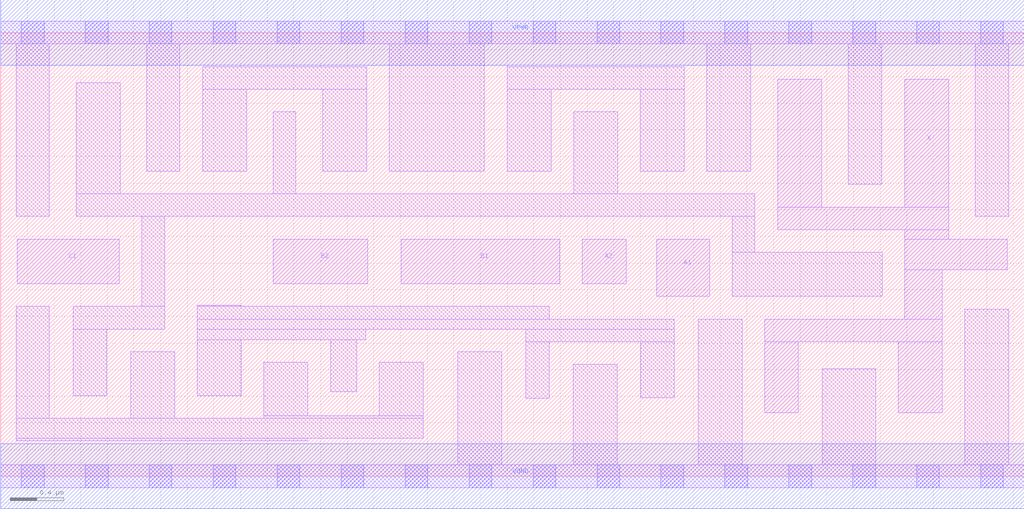
<source format=lef>
# Copyright 2020 The SkyWater PDK Authors
#
# Licensed under the Apache License, Version 2.0 (the "License");
# you may not use this file except in compliance with the License.
# You may obtain a copy of the License at
#
#     https://www.apache.org/licenses/LICENSE-2.0
#
# Unless required by applicable law or agreed to in writing, software
# distributed under the License is distributed on an "AS IS" BASIS,
# WITHOUT WARRANTIES OR CONDITIONS OF ANY KIND, either express or implied.
# See the License for the specific language governing permissions and
# limitations under the License.
#
# SPDX-License-Identifier: Apache-2.0

VERSION 5.7 ;
  NAMESCASESENSITIVE ON ;
  NOWIREEXTENSIONATPIN ON ;
  DIVIDERCHAR "/" ;
  BUSBITCHARS "[]" ;
UNITS
  DATABASE MICRONS 200 ;
END UNITS
MACRO sky130_fd_sc_hs__o221a_4
  CLASS CORE ;
  SOURCE USER ;
  FOREIGN sky130_fd_sc_hs__o221a_4 ;
  ORIGIN  0.000000  0.000000 ;
  SIZE  7.680000 BY  3.330000 ;
  SYMMETRY X Y ;
  SITE unit ;
  PIN A1
    ANTENNAGATEAREA  0.492000 ;
    DIRECTION INPUT ;
    USE SIGNAL ;
    PORT
      LAYER li1 ;
        RECT 4.925000 1.350000 5.320000 1.780000 ;
    END
  END A1
  PIN A2
    ANTENNAGATEAREA  0.492000 ;
    DIRECTION INPUT ;
    USE SIGNAL ;
    PORT
      LAYER li1 ;
        RECT 4.365000 1.445000 4.695000 1.780000 ;
    END
  END A2
  PIN B1
    ANTENNAGATEAREA  0.492000 ;
    DIRECTION INPUT ;
    USE SIGNAL ;
    PORT
      LAYER li1 ;
        RECT 3.005000 1.445000 4.195000 1.780000 ;
    END
  END B1
  PIN B2
    ANTENNAGATEAREA  0.492000 ;
    DIRECTION INPUT ;
    USE SIGNAL ;
    PORT
      LAYER li1 ;
        RECT 2.045000 1.445000 2.755000 1.780000 ;
    END
  END B2
  PIN C1
    ANTENNAGATEAREA  0.492000 ;
    DIRECTION INPUT ;
    USE SIGNAL ;
    PORT
      LAYER li1 ;
        RECT 0.125000 1.445000 0.890000 1.780000 ;
    END
  END C1
  PIN X
    ANTENNADIFFAREA  1.235700 ;
    DIRECTION OUTPUT ;
    USE SIGNAL ;
    PORT
      LAYER li1 ;
        RECT 5.735000 0.475000 5.985000 1.010000 ;
        RECT 5.735000 1.010000 7.065000 1.180000 ;
        RECT 5.830000 1.850000 7.115000 2.020000 ;
        RECT 5.830000 2.020000 6.160000 2.980000 ;
        RECT 6.735000 0.475000 7.065000 1.010000 ;
        RECT 6.785000 1.180000 7.065000 1.550000 ;
        RECT 6.785000 1.550000 7.555000 1.780000 ;
        RECT 6.785000 1.780000 7.115000 1.850000 ;
        RECT 6.785000 2.020000 7.115000 2.980000 ;
    END
  END X
  PIN VGND
    DIRECTION INOUT ;
    USE GROUND ;
    PORT
      LAYER met1 ;
        RECT 0.000000 -0.245000 7.680000 0.245000 ;
    END
  END VGND
  PIN VPWR
    DIRECTION INOUT ;
    USE POWER ;
    PORT
      LAYER met1 ;
        RECT 0.000000 3.085000 7.680000 3.575000 ;
    END
  END VPWR
  OBS
    LAYER li1 ;
      RECT 0.000000 -0.085000 7.680000 0.085000 ;
      RECT 0.000000  3.245000 7.680000 3.415000 ;
      RECT 0.115000  0.265000 2.305000 0.285000 ;
      RECT 0.115000  0.285000 3.170000 0.435000 ;
      RECT 0.115000  0.435000 0.365000 1.275000 ;
      RECT 0.115000  1.950000 0.365000 3.245000 ;
      RECT 0.545000  0.605000 0.795000 1.105000 ;
      RECT 0.545000  1.105000 1.230000 1.275000 ;
      RECT 0.565000  1.950000 5.660000 2.120000 ;
      RECT 0.565000  2.120000 0.895000 2.955000 ;
      RECT 0.975000  0.435000 1.305000 0.935000 ;
      RECT 1.060000  1.275000 1.230000 1.950000 ;
      RECT 1.095000  2.290000 1.345000 3.245000 ;
      RECT 1.475000  0.605000 1.805000 1.025000 ;
      RECT 1.475000  1.025000 2.740000 1.105000 ;
      RECT 1.475000  1.105000 5.055000 1.180000 ;
      RECT 1.475000  1.180000 4.115000 1.275000 ;
      RECT 1.475000  1.275000 1.805000 1.285000 ;
      RECT 1.515000  2.290000 1.845000 2.905000 ;
      RECT 1.515000  2.905000 2.745000 3.075000 ;
      RECT 1.975000  0.435000 3.170000 0.455000 ;
      RECT 1.975000  0.455000 2.305000 0.855000 ;
      RECT 2.045000  2.120000 2.215000 2.735000 ;
      RECT 2.415000  2.290000 2.745000 2.905000 ;
      RECT 2.475000  0.635000 2.670000 1.025000 ;
      RECT 2.840000  0.455000 3.170000 0.855000 ;
      RECT 2.915000  2.290000 3.630000 3.245000 ;
      RECT 3.430000  0.085000 3.760000 0.935000 ;
      RECT 3.800000  2.290000 4.130000 2.905000 ;
      RECT 3.800000  2.905000 5.130000 3.075000 ;
      RECT 3.940000  0.585000 4.115000 1.010000 ;
      RECT 3.940000  1.010000 5.055000 1.105000 ;
      RECT 4.295000  0.085000 4.625000 0.840000 ;
      RECT 4.300000  2.120000 4.630000 2.735000 ;
      RECT 4.800000  2.290000 5.130000 2.905000 ;
      RECT 4.805000  0.590000 5.055000 1.010000 ;
      RECT 5.235000  0.085000 5.565000 1.180000 ;
      RECT 5.300000  2.290000 5.630000 3.245000 ;
      RECT 5.490000  1.350000 6.615000 1.680000 ;
      RECT 5.490000  1.680000 5.660000 1.950000 ;
      RECT 6.165000  0.085000 6.565000 0.805000 ;
      RECT 6.360000  2.190000 6.610000 3.245000 ;
      RECT 7.235000  0.085000 7.565000 1.255000 ;
      RECT 7.315000  1.950000 7.565000 3.245000 ;
    LAYER mcon ;
      RECT 0.155000 -0.085000 0.325000 0.085000 ;
      RECT 0.155000  3.245000 0.325000 3.415000 ;
      RECT 0.635000 -0.085000 0.805000 0.085000 ;
      RECT 0.635000  3.245000 0.805000 3.415000 ;
      RECT 1.115000 -0.085000 1.285000 0.085000 ;
      RECT 1.115000  3.245000 1.285000 3.415000 ;
      RECT 1.595000 -0.085000 1.765000 0.085000 ;
      RECT 1.595000  3.245000 1.765000 3.415000 ;
      RECT 2.075000 -0.085000 2.245000 0.085000 ;
      RECT 2.075000  3.245000 2.245000 3.415000 ;
      RECT 2.555000 -0.085000 2.725000 0.085000 ;
      RECT 2.555000  3.245000 2.725000 3.415000 ;
      RECT 3.035000 -0.085000 3.205000 0.085000 ;
      RECT 3.035000  3.245000 3.205000 3.415000 ;
      RECT 3.515000 -0.085000 3.685000 0.085000 ;
      RECT 3.515000  3.245000 3.685000 3.415000 ;
      RECT 3.995000 -0.085000 4.165000 0.085000 ;
      RECT 3.995000  3.245000 4.165000 3.415000 ;
      RECT 4.475000 -0.085000 4.645000 0.085000 ;
      RECT 4.475000  3.245000 4.645000 3.415000 ;
      RECT 4.955000 -0.085000 5.125000 0.085000 ;
      RECT 4.955000  3.245000 5.125000 3.415000 ;
      RECT 5.435000 -0.085000 5.605000 0.085000 ;
      RECT 5.435000  3.245000 5.605000 3.415000 ;
      RECT 5.915000 -0.085000 6.085000 0.085000 ;
      RECT 5.915000  3.245000 6.085000 3.415000 ;
      RECT 6.395000 -0.085000 6.565000 0.085000 ;
      RECT 6.395000  3.245000 6.565000 3.415000 ;
      RECT 6.875000 -0.085000 7.045000 0.085000 ;
      RECT 6.875000  3.245000 7.045000 3.415000 ;
      RECT 7.355000 -0.085000 7.525000 0.085000 ;
      RECT 7.355000  3.245000 7.525000 3.415000 ;
  END
END sky130_fd_sc_hs__o221a_4

</source>
